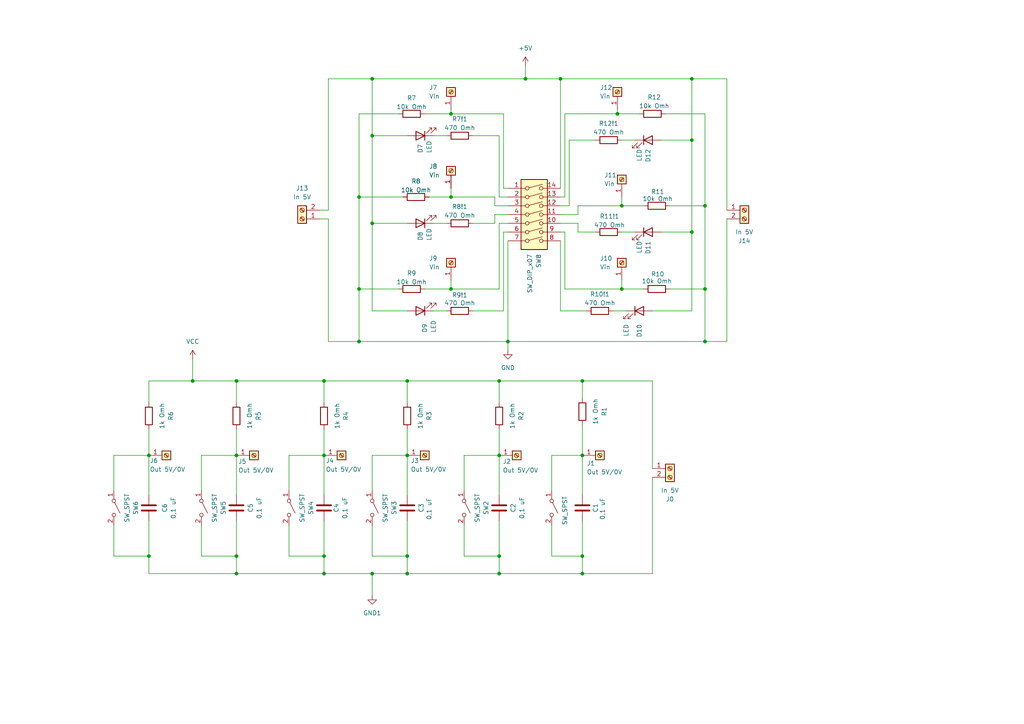
<source format=kicad_sch>
(kicad_sch (version 20231120) (generator "eeschema") (generator_version "8.0")
  (paper "A4")
  (lib_symbols
    (symbol "Connector:Screw_Terminal_01x01" (pin_names (offset 1.016) hide)
      (property "Reference" "J" (at 0 2.54 0))
      (property "Value" "Screw_Terminal_01x01" (at 0 -2.54 0))
      (symbol "Screw_Terminal_01x01_1_1"
        (rectangle (start -1.27 1.27) (end 1.27 -1.27) (stroke (width 0.254)) (fill (type background)))
        (polyline (pts (xy -0.5334 0.3302) (xy 0.3302 -0.508)) (stroke (width 0.1524)))
        (polyline (pts (xy -0.3556 0.508) (xy 0.508 -0.3302)) (stroke (width 0.1524)))
        (circle (center 0 0) (radius 0.635) (stroke (width 0.1524)))
        (pin passive line (at -5.08 0 0) (length 3.81) (name "Pin_1") (number "1"))
      )
    )
    (symbol "Connector:Screw_Terminal_01x02" (pin_names (offset 1.016) hide)
      (property "Reference" "J" (at 0 2.54 0))
      (property "Value" "Screw_Terminal_01x02" (at 0 -5.08 0))
      (symbol "Screw_Terminal_01x02_1_1"
        (rectangle (start -1.27 1.27) (end 1.27 -3.81) (stroke (width 0.254)) (fill (type background)))
        (circle (center 0 -2.54) (radius 0.635) (stroke (width 0.1524)))
        (polyline (pts (xy -0.5334 -2.2098) (xy 0.3302 -3.048)) (stroke (width 0.1524)))
        (polyline (pts (xy -0.5334 0.3302) (xy 0.3302 -0.508)) (stroke (width 0.1524)))
        (polyline (pts (xy -0.3556 -2.032) (xy 0.508 -2.8702)) (stroke (width 0.1524)))
        (polyline (pts (xy -0.3556 0.508) (xy 0.508 -0.3302)) (stroke (width 0.1524)))
        (circle (center 0 0) (radius 0.635) (stroke (width 0.1524)))
        (pin passive line (at -5.08 0 0) (length 3.81) (name "Pin_1") (number "1"))
        (pin passive line (at -5.08 -2.54 0) (length 3.81) (name "Pin_2") (number "2"))
      )
    )
    (symbol "Device:C" (pin_numbers hide) (pin_names (offset 0.254))
      (property "Reference" "C" (at 0.635 2.54 0))
      (property "Value" "C" (at 0.635 -2.54 0))
      (symbol "C_0_1"
        (polyline (pts (xy -2.032 -0.762) (xy 2.032 -0.762)) (stroke (width 0.508)))
        (polyline (pts (xy -2.032 0.762) (xy 2.032 0.762)) (stroke (width 0.508)))
      )
      (symbol "C_1_1"
        (pin passive line (at 0 3.81 270) (length 2.794) (name "~") (number "1"))
        (pin passive line (at 0 -3.81 90) (length 2.794) (name "~") (number "2"))
      )
    )
    (symbol "Device:LED" (pin_numbers hide) (pin_names (offset 1.016) hide)
      (property "Reference" "D" (at 0 2.54 0))
      (property "Value" "LED" (at 0 -2.54 0))
      (symbol "LED_0_1"
        (polyline (pts (xy -1.27 -1.27) (xy -1.27 1.27)) (stroke (width 0.254)))
        (polyline (pts (xy -1.27 0) (xy 1.27 0)))
        (polyline (pts (xy 1.27 -1.27) (xy 1.27 1.27) (xy -1.27 0) (xy 1.27 -1.27)) (stroke (width 0.254)))
        (polyline (pts (xy -3.048 -0.762) (xy -4.572 -2.286) (xy -3.81 -2.286) (xy -4.572 -2.286) (xy -4.572 -1.524)))
        (polyline (pts (xy -1.778 -0.762) (xy -3.302 -2.286) (xy -2.54 -2.286) (xy -3.302 -2.286) (xy -3.302 -1.524)))
      )
      (symbol "LED_1_1"
        (pin passive line (at -3.81 0 0) (length 2.54) (name "K") (number "1"))
        (pin passive line (at 3.81 0 180) (length 2.54) (name "A") (number "2"))
      )
    )
    (symbol "Device:R" (pin_numbers hide) (pin_names (offset 0))
      (property "Reference" "R" (at 2.032 0 90))
      (property "Value" "R" (at 0 0 90))
      (symbol "R_0_1"
        (rectangle (start -1.016 -2.54) (end 1.016 2.54) (stroke (width 0.254)))
      )
      (symbol "R_1_1"
        (pin passive line (at 0 3.81 270) (length 1.27) (name "~") (number "1"))
        (pin passive line (at 0 -3.81 90) (length 1.27) (name "~") (number "2"))
      )
    )
    (symbol "Switch:SW_DIP_x07" (pin_names (offset 0) hide)
      (property "Reference" "SW" (at 0 11.43 0))
      (property "Value" "SW_DIP_x07" (at 0 -11.43 0))
      (symbol "SW_DIP_x07_0_0"
        (circle (center -2.032 -7.62) (radius 0.508))
        (circle (center -2.032 -5.08) (radius 0.508))
        (circle (center -2.032 -2.54) (radius 0.508))
        (circle (center -2.032 0) (radius 0.508))
        (circle (center -2.032 2.54) (radius 0.508))
        (circle (center -2.032 5.08) (radius 0.508))
        (circle (center -2.032 7.62) (radius 0.508))
        (polyline (pts (xy -1.524 -7.4676) (xy 2.3622 -6.4262)))
        (polyline (pts (xy -1.524 -4.9276) (xy 2.3622 -3.8862)))
        (polyline (pts (xy -1.524 -2.413) (xy 2.3622 -1.3716)))
        (polyline (pts (xy -1.524 0.127) (xy 2.3622 1.1684)))
        (polyline (pts (xy -1.524 2.667) (xy 2.3622 3.7084)))
        (polyline (pts (xy -1.524 5.207) (xy 2.3622 6.2484)))
        (polyline (pts (xy -1.524 7.747) (xy 2.3622 8.7884)))
        (circle (center 2.032 -7.62) (radius 0.508))
        (circle (center 2.032 -5.08) (radius 0.508))
        (circle (center 2.032 -2.54) (radius 0.508))
        (circle (center 2.032 0) (radius 0.508))
        (circle (center 2.032 2.54) (radius 0.508))
        (circle (center 2.032 5.08) (radius 0.508))
        (circle (center 2.032 7.62) (radius 0.508))
      )
      (symbol "SW_DIP_x07_0_1"
        (rectangle (start -3.81 10.16) (end 3.81 -10.16) (stroke (width 0.254)) (fill (type background)))
      )
      (symbol "SW_DIP_x07_1_1"
        (pin passive line (at -7.62 7.62 0) (length 5.08) (name "~") (number "1"))
        (pin passive line (at 7.62 -2.54 180) (length 5.08) (name "~") (number "10"))
        (pin passive line (at 7.62 0 180) (length 5.08) (name "~") (number "11"))
        (pin passive line (at 7.62 2.54 180) (length 5.08) (name "~") (number "12"))
        (pin passive line (at 7.62 5.08 180) (length 5.08) (name "~") (number "13"))
        (pin passive line (at 7.62 7.62 180) (length 5.08) (name "~") (number "14"))
        (pin passive line (at -7.62 5.08 0) (length 5.08) (name "~") (number "2"))
        (pin passive line (at -7.62 2.54 0) (length 5.08) (name "~") (number "3"))
        (pin passive line (at -7.62 0 0) (length 5.08) (name "~") (number "4"))
        (pin passive line (at -7.62 -2.54 0) (length 5.08) (name "~") (number "5"))
        (pin passive line (at -7.62 -5.08 0) (length 5.08) (name "~") (number "6"))
        (pin passive line (at -7.62 -7.62 0) (length 5.08) (name "~") (number "7"))
        (pin passive line (at 7.62 -7.62 180) (length 5.08) (name "~") (number "8"))
        (pin passive line (at 7.62 -5.08 180) (length 5.08) (name "~") (number "9"))
      )
    )
    (symbol "Switch:SW_SPST" (pin_names (offset 0) hide)
      (property "Reference" "SW" (at 0 3.175 0))
      (property "Value" "SW_SPST" (at 0 -2.54 0))
      (symbol "SW_SPST_0_0"
        (circle (center -2.032 0) (radius 0.508))
        (polyline (pts (xy -1.524 0.254) (xy 1.524 1.778)))
        (circle (center 2.032 0) (radius 0.508))
      )
      (symbol "SW_SPST_1_1"
        (pin passive line (at -5.08 0 0) (length 2.54) (name "A") (number "1"))
        (pin passive line (at 5.08 0 180) (length 2.54) (name "B") (number "2"))
      )
    )
    (symbol "power:+5V" (power) (pin_numbers hide) (pin_names (offset 0) hide)
      (property "Value" "+5V" (at 0 3.556 0))
      (symbol "+5V_0_1"
        (polyline (pts (xy -0.762 1.27) (xy 0 2.54)))
        (polyline (pts (xy 0 0) (xy 0 2.54)))
        (polyline (pts (xy 0 2.54) (xy 0.762 1.27)))
      )
      (symbol "+5V_1_1"
        (pin power_in line (at 0 0 90) (length 0) (name "~") (number "1"))
      )
    )
    (symbol "power:GND" (power) (pin_names (offset 0))
      (property "Value" "GND" (at 0 -3.81 0))
      (symbol "GND_0_1"
        (polyline (pts (xy 0 0) (xy 0 -1.27) (xy 1.27 -1.27) (xy 0 -2.54) (xy -1.27 -1.27) (xy 0 -1.27)))
      )
      (symbol "GND_1_1"
        (pin power_in line (at 0 0 270) (length 0) hide (name "GND") (number "1"))
      )
    )
    (symbol "power:GND1" (power) (pin_numbers hide) (pin_names (offset 0) hide)
      (property "Value" "GND1" (at 0 -3.81 0))
      (symbol "GND1_0_1"
        (polyline (pts (xy 0 0) (xy 0 -1.27) (xy 1.27 -1.27) (xy 0 -2.54) (xy -1.27 -1.27) (xy 0 -1.27)))
      )
      (symbol "GND1_1_1"
        (pin power_in line (at 0 0 270) (length 0) (name "~") (number "1"))
      )
    )
    (symbol "power:VCC" (power) (pin_numbers hide) (pin_names (offset 0) hide)
      (property "Value" "VCC" (at 0 3.556 0))
      (symbol "VCC_0_1"
        (polyline (pts (xy -0.762 1.27) (xy 0 2.54)))
        (polyline (pts (xy 0 0) (xy 0 2.54)))
        (polyline (pts (xy 0 2.54) (xy 0.762 1.27)))
      )
      (symbol "VCC_1_1"
        (pin power_in line (at 0 0 90) (length 0) (name "~") (number "1"))
      )
    )
  )
  (junction (at 152.4 22.86))
  (junction (at 93.98 132.08))
  (junction (at 200.66 67.31))
  (junction (at 104.14 57.15))
  (junction (at 204.47 59.69))
  (junction (at 130.81 83.82))
  (junction (at 147.32 99.06))
  (junction (at 118.11 132.08))
  (junction (at 200.66 22.86))
  (junction (at 130.81 57.15))
  (junction (at 68.58 161.29))
  (junction (at 93.98 110.49))
  (junction (at 144.78 132.08))
  (junction (at 107.95 64.77))
  (junction (at 107.95 22.86))
  (junction (at 93.98 166.37))
  (junction (at 43.18 132.08))
  (junction (at 168.91 161.29))
  (junction (at 162.56 22.86))
  (junction (at 200.66 40.64))
  (junction (at 93.98 161.29))
  (junction (at 130.81 33.02))
  (junction (at 144.78 161.29))
  (junction (at 55.88 110.49))
  (junction (at 180.34 83.82))
  (junction (at 168.91 166.37))
  (junction (at 179.07 33.02))
  (junction (at 144.78 110.49))
  (junction (at 68.58 110.49))
  (junction (at 118.11 110.49))
  (junction (at 68.58 132.08))
  (junction (at 168.91 132.08))
  (junction (at 118.11 166.37))
  (junction (at 144.78 166.37))
  (junction (at 118.11 161.29))
  (junction (at 168.91 110.49))
  (junction (at 104.14 99.06))
  (junction (at 68.58 166.37))
  (junction (at 43.18 161.29))
  (junction (at 180.34 59.69))
  (junction (at 107.95 166.37))
  (junction (at 104.14 83.82))
  (junction (at 204.47 99.06))
  (junction (at 204.47 83.82))
  (junction (at 107.95 39.37))
  (wire (pts (xy 68.58 132.08) (xy 68.58 143.51)))
  (wire (pts (xy 144.78 151.13) (xy 144.78 161.29)))
  (wire (pts (xy 210.82 60.96) (xy 210.82 22.86)))
  (wire (pts (xy 144.78 83.82) (xy 144.78 64.77)))
  (wire (pts (xy 58.42 152.4) (xy 58.42 161.29)))
  (wire (pts (xy 130.81 31.75) (xy 130.81 33.02)))
  (wire (pts (xy 143.51 64.77) (xy 137.16 64.77)))
  (wire (pts (xy 168.91 161.29) (xy 168.91 166.37)))
  (wire (pts (xy 146.05 67.31) (xy 146.05 90.17)))
  (wire (pts (xy 144.78 39.37) (xy 137.16 39.37)))
  (wire (pts (xy 144.78 57.15) (xy 147.32 57.15)))
  (wire (pts (xy 104.14 33.02) (xy 115.57 33.02)))
  (wire (pts (xy 147.32 67.31) (xy 146.05 67.31)))
  (wire (pts (xy 147.32 99.06) (xy 204.47 99.06)))
  (wire (pts (xy 95.25 60.96) (xy 92.71 60.96)))
  (wire (pts (xy 191.77 67.31) (xy 200.66 67.31)))
  (wire (pts (xy 162.56 22.86) (xy 152.4 22.86)))
  (wire (pts (xy 55.88 104.14) (xy 55.88 110.49)))
  (wire (pts (xy 33.02 132.08) (xy 43.18 132.08)))
  (wire (pts (xy 104.14 83.82) (xy 104.14 99.06)))
  (wire (pts (xy 92.71 63.5) (xy 95.25 63.5)))
  (wire (pts (xy 168.91 166.37) (xy 189.23 166.37)))
  (wire (pts (xy 118.11 124.46) (xy 118.11 132.08)))
  (wire (pts (xy 93.98 161.29) (xy 93.98 166.37)))
  (wire (pts (xy 130.81 81.28) (xy 130.81 83.82)))
  (wire (pts (xy 93.98 110.49) (xy 118.11 110.49)))
  (wire (pts (xy 143.51 62.23) (xy 147.32 62.23)))
  (wire (pts (xy 180.34 83.82) (xy 186.69 83.82)))
  (wire (pts (xy 204.47 83.82) (xy 204.47 99.06)))
  (wire (pts (xy 130.81 57.15) (xy 143.51 57.15)))
  (wire (pts (xy 95.25 22.86) (xy 107.95 22.86)))
  (wire (pts (xy 95.25 60.96) (xy 95.25 22.86)))
  (wire (pts (xy 194.31 59.69) (xy 204.47 59.69)))
  (wire (pts (xy 118.11 166.37) (xy 144.78 166.37)))
  (wire (pts (xy 43.18 132.08) (xy 43.18 143.51)))
  (wire (pts (xy 115.57 83.82) (xy 104.14 83.82)))
  (wire (pts (xy 200.66 90.17) (xy 200.66 67.31)))
  (wire (pts (xy 163.83 57.15) (xy 163.83 33.02)))
  (wire (pts (xy 163.83 33.02) (xy 179.07 33.02)))
  (wire (pts (xy 118.11 64.77) (xy 107.95 64.77)))
  (wire (pts (xy 180.34 67.31) (xy 184.15 67.31)))
  (wire (pts (xy 33.02 132.08) (xy 33.02 142.24)))
  (wire (pts (xy 107.95 22.86) (xy 107.95 39.37)))
  (wire (pts (xy 144.78 124.46) (xy 144.78 132.08)))
  (wire (pts (xy 68.58 124.46) (xy 68.58 132.08)))
  (wire (pts (xy 168.91 151.13) (xy 168.91 161.29)))
  (wire (pts (xy 165.1 59.69) (xy 165.1 40.64)))
  (wire (pts (xy 210.82 22.86) (xy 200.66 22.86)))
  (wire (pts (xy 193.04 33.02) (xy 204.47 33.02)))
  (wire (pts (xy 147.32 99.06) (xy 147.32 69.85)))
  (wire (pts (xy 107.95 161.29) (xy 118.11 161.29)))
  (wire (pts (xy 95.25 99.06) (xy 104.14 99.06)))
  (wire (pts (xy 83.82 132.08) (xy 93.98 132.08)))
  (wire (pts (xy 33.02 152.4) (xy 33.02 161.29)))
  (wire (pts (xy 160.02 142.24) (xy 160.02 132.08)))
  (wire (pts (xy 93.98 132.08) (xy 93.98 143.51)))
  (wire (pts (xy 204.47 59.69) (xy 204.47 83.82)))
  (wire (pts (xy 134.62 132.08) (xy 144.78 132.08)))
  (wire (pts (xy 118.11 90.17) (xy 107.95 90.17)))
  (wire (pts (xy 104.14 57.15) (xy 104.14 83.82)))
  (wire (pts (xy 180.34 40.64) (xy 184.15 40.64)))
  (wire (pts (xy 129.54 64.77) (xy 125.73 64.77)))
  (wire (pts (xy 165.1 40.64) (xy 172.72 40.64)))
  (wire (pts (xy 160.02 161.29) (xy 168.91 161.29)))
  (wire (pts (xy 162.56 62.23) (xy 167.64 62.23)))
  (wire (pts (xy 93.98 124.46) (xy 93.98 132.08)))
  (wire (pts (xy 83.82 142.24) (xy 83.82 132.08)))
  (wire (pts (xy 146.05 54.61) (xy 147.32 54.61)))
  (wire (pts (xy 107.95 39.37) (xy 107.95 64.77)))
  (wire (pts (xy 43.18 124.46) (xy 43.18 132.08)))
  (wire (pts (xy 147.32 99.06) (xy 147.32 101.6)))
  (wire (pts (xy 189.23 138.43) (xy 189.23 166.37)))
  (wire (pts (xy 93.98 151.13) (xy 93.98 161.29)))
  (wire (pts (xy 33.02 161.29) (xy 43.18 161.29)))
  (wire (pts (xy 200.66 40.64) (xy 200.66 67.31)))
  (wire (pts (xy 162.56 22.86) (xy 200.66 22.86)))
  (wire (pts (xy 107.95 166.37) (xy 107.95 172.72)))
  (wire (pts (xy 58.42 132.08) (xy 68.58 132.08)))
  (wire (pts (xy 58.42 142.24) (xy 58.42 132.08)))
  (wire (pts (xy 43.18 110.49) (xy 55.88 110.49)))
  (wire (pts (xy 200.66 22.86) (xy 200.66 40.64)))
  (wire (pts (xy 162.56 69.85) (xy 162.56 90.17)))
  (wire (pts (xy 162.56 22.86) (xy 162.56 54.61)))
  (wire (pts (xy 134.62 161.29) (xy 144.78 161.29)))
  (wire (pts (xy 152.4 22.86) (xy 107.95 22.86)))
  (wire (pts (xy 162.56 59.69) (xy 165.1 59.69)))
  (wire (pts (xy 168.91 115.57) (xy 168.91 110.49)))
  (wire (pts (xy 167.64 59.69) (xy 180.34 59.69)))
  (wire (pts (xy 118.11 151.13) (xy 118.11 161.29)))
  (wire (pts (xy 143.51 59.69) (xy 147.32 59.69)))
  (wire (pts (xy 129.54 90.17) (xy 125.73 90.17)))
  (wire (pts (xy 144.78 110.49) (xy 168.91 110.49)))
  (wire (pts (xy 107.95 132.08) (xy 118.11 132.08)))
  (wire (pts (xy 160.02 132.08) (xy 168.91 132.08)))
  (wire (pts (xy 43.18 166.37) (xy 68.58 166.37)))
  (wire (pts (xy 107.95 166.37) (xy 118.11 166.37)))
  (wire (pts (xy 107.95 152.4) (xy 107.95 161.29)))
  (wire (pts (xy 163.83 83.82) (xy 180.34 83.82)))
  (wire (pts (xy 118.11 132.08) (xy 118.11 143.51)))
  (wire (pts (xy 144.78 110.49) (xy 144.78 116.84)))
  (wire (pts (xy 179.07 33.02) (xy 185.42 33.02)))
  (wire (pts (xy 152.4 19.05) (xy 152.4 22.86)))
  (wire (pts (xy 179.07 33.02) (xy 179.07 31.75)))
  (wire (pts (xy 177.8 90.17) (xy 181.61 90.17)))
  (wire (pts (xy 210.82 63.5) (xy 210.82 99.06)))
  (wire (pts (xy 167.64 67.31) (xy 172.72 67.31)))
  (wire (pts (xy 189.23 135.89) (xy 189.23 110.49)))
  (wire (pts (xy 118.11 161.29) (xy 118.11 166.37)))
  (wire (pts (xy 134.62 142.24) (xy 134.62 132.08)))
  (wire (pts (xy 189.23 110.49) (xy 168.91 110.49)))
  (wire (pts (xy 107.95 142.24) (xy 107.95 132.08)))
  (wire (pts (xy 83.82 152.4) (xy 83.82 161.29)))
  (wire (pts (xy 144.78 132.08) (xy 144.78 143.51)))
  (wire (pts (xy 124.46 57.15) (xy 130.81 57.15)))
  (wire (pts (xy 168.91 132.08) (xy 168.91 143.51)))
  (wire (pts (xy 107.95 90.17) (xy 107.95 64.77)))
  (wire (pts (xy 180.34 59.69) (xy 180.34 57.15)))
  (wire (pts (xy 146.05 90.17) (xy 137.16 90.17)))
  (wire (pts (xy 204.47 33.02) (xy 204.47 59.69)))
  (wire (pts (xy 144.78 39.37) (xy 144.78 57.15)))
  (wire (pts (xy 123.19 83.82) (xy 130.81 83.82)))
  (wire (pts (xy 68.58 161.29) (xy 68.58 166.37)))
  (wire (pts (xy 134.62 152.4) (xy 134.62 161.29)))
  (wire (pts (xy 104.14 57.15) (xy 116.84 57.15)))
  (wire (pts (xy 118.11 110.49) (xy 118.11 116.84)))
  (wire (pts (xy 167.64 62.23) (xy 167.64 59.69)))
  (wire (pts (xy 144.78 64.77) (xy 147.32 64.77)))
  (wire (pts (xy 68.58 110.49) (xy 93.98 110.49)))
  (wire (pts (xy 129.54 39.37) (xy 125.73 39.37)))
  (wire (pts (xy 146.05 33.02) (xy 146.05 54.61)))
  (wire (pts (xy 93.98 166.37) (xy 107.95 166.37)))
  (wire (pts (xy 143.51 64.77) (xy 143.51 62.23)))
  (wire (pts (xy 180.34 81.28) (xy 180.34 83.82)))
  (wire (pts (xy 204.47 99.06) (xy 210.82 99.06)))
  (wire (pts (xy 43.18 110.49) (xy 43.18 116.84)))
  (wire (pts (xy 180.34 59.69) (xy 186.69 59.69)))
  (wire (pts (xy 168.91 123.19) (xy 168.91 132.08)))
  (wire (pts (xy 68.58 166.37) (xy 93.98 166.37)))
  (wire (pts (xy 68.58 151.13) (xy 68.58 161.29)))
  (wire (pts (xy 118.11 110.49) (xy 144.78 110.49)))
  (wire (pts (xy 167.64 67.31) (xy 167.64 64.77)))
  (wire (pts (xy 162.56 90.17) (xy 170.18 90.17)))
  (wire (pts (xy 204.47 83.82) (xy 194.31 83.82)))
  (wire (pts (xy 191.77 40.64) (xy 200.66 40.64)))
  (wire (pts (xy 43.18 151.13) (xy 43.18 161.29)))
  (wire (pts (xy 55.88 110.49) (xy 68.58 110.49)))
  (wire (pts (xy 104.14 33.02) (xy 104.14 57.15)))
  (wire (pts (xy 123.19 33.02) (xy 130.81 33.02)))
  (wire (pts (xy 160.02 152.4) (xy 160.02 161.29)))
  (wire (pts (xy 43.18 161.29) (xy 43.18 166.37)))
  (wire (pts (xy 144.78 166.37) (xy 168.91 166.37)))
  (wire (pts (xy 200.66 90.17) (xy 189.23 90.17)))
  (wire (pts (xy 130.81 33.02) (xy 146.05 33.02)))
  (wire (pts (xy 162.56 64.77) (xy 167.64 64.77)))
  (wire (pts (xy 130.81 83.82) (xy 144.78 83.82)))
  (wire (pts (xy 130.81 54.61) (xy 130.81 57.15)))
  (wire (pts (xy 118.11 39.37) (xy 107.95 39.37)))
  (wire (pts (xy 58.42 161.29) (xy 68.58 161.29)))
  (wire (pts (xy 95.25 63.5) (xy 95.25 99.06)))
  (wire (pts (xy 143.51 57.15) (xy 143.51 59.69)))
  (wire (pts (xy 144.78 161.29) (xy 144.78 166.37)))
  (wire (pts (xy 83.82 161.29) (xy 93.98 161.29)))
  (wire (pts (xy 93.98 110.49) (xy 93.98 116.84)))
  (wire (pts (xy 104.14 99.06) (xy 147.32 99.06)))
  (wire (pts (xy 68.58 110.49) (xy 68.58 116.84)))
  (wire (pts (xy 162.56 57.15) (xy 163.83 57.15)))
  (wire (pts (xy 163.83 67.31) (xy 163.83 83.82)))
  (wire (pts (xy 162.56 67.31) (xy 163.83 67.31)))
  (symbol (lib_id "Connector:Screw_Terminal_01x01") (at 179.07 26.67 90) (unit 1)
    (property "Reference" "J12" (at 173.99 25.4 90) (effects (justify right)))
    (property "Value" "Vin" (at 173.99 27.94 90) (effects (justify right)))
    (property "Footprint" "Connector_PinHeader_1.00mm:PinHeader_1x01_P1.00mm_Vertical" (effects (hide yes)))
  )
  (symbol (lib_id "power:VCC") (at 55.88 104.14 0) (unit 1)
    (property "Reference" "#PWR04" (effects (hide yes)))
    (property "Value" "VCC" (at 55.88 99.06 0))
    (property "Description" "Power symbol creates a global label with name \"VCC\"" (effects (hide yes)))
  )
  (symbol (lib_id "Device:R") (at 173.99 90.17 270) (unit 1)
    (property "Reference" "R10!1" (at 173.99 85.344 90))
    (property "Value" "470 Omh" (at 173.99 87.884 90))
    (property "Footprint" "Resistor_THT:R_Axial_DIN0204_L3.6mm_D1.6mm_P7.62mm_Horizontal" (effects (hide yes)))
  )
  (symbol (lib_id "Device:R") (at 68.58 120.65 0) (unit 1)
    (property "Reference" "R5" (at 74.93 120.65 90))
    (property "Value" "1k Omh" (at 72.39 120.65 90))
    (property "Footprint" "Resistor_THT:R_Axial_DIN0204_L3.6mm_D1.6mm_P7.62mm_Horizontal" (effects (hide yes)))
  )
  (symbol (lib_id "Device:R") (at 118.11 120.65 0) (unit 1)
    (property "Reference" "R3" (at 124.46 120.65 90))
    (property "Value" "1k Omh" (at 121.92 120.65 90))
    (property "Footprint" "Resistor_THT:R_Axial_DIN0204_L3.6mm_D1.6mm_P7.62mm_Horizontal" (effects (hide yes)))
  )
  (symbol (lib_id "Device:R") (at 168.91 119.38 0) (unit 1)
    (property "Reference" "R1" (at 175.26 119.38 90))
    (property "Value" "1k Omh" (at 172.72 119.38 90))
    (property "Footprint" "Resistor_THT:R_Axial_DIN0204_L3.6mm_D1.6mm_P7.62mm_Horizontal" (effects (hide yes)))
  )
  (symbol (lib_id "Device:R") (at 189.23 33.02 90) (unit 1)
    (property "Reference" "R12" (at 189.738 28.194 90))
    (property "Value" "10k Omh" (at 189.738 30.734 90))
    (property "Footprint" "Resistor_THT:R_Axial_DIN0204_L3.6mm_D1.6mm_P7.62mm_Horizontal" (effects (hide yes)))
  )
  (symbol (lib_id "Device:R") (at 133.35 64.77 270) (unit 1)
    (property "Reference" "R8!1" (at 133.35 59.944 90))
    (property "Value" "470 Omh" (at 133.35 62.484 90))
    (property "Footprint" "Resistor_THT:R_Axial_DIN0204_L3.6mm_D1.6mm_P7.62mm_Horizontal" (effects (hide yes)))
  )
  (symbol (lib_id "Device:R") (at 119.38 83.82 90) (unit 1)
    (property "Reference" "R9" (at 119.38 79.248 90))
    (property "Value" "10k Omh" (at 119.38 81.788 90))
    (property "Footprint" "Resistor_THT:R_Axial_DIN0204_L3.6mm_D1.6mm_P7.62mm_Horizontal" (effects (hide yes)))
  )
  (symbol (lib_id "Device:LED") (at 187.96 67.31 0) (unit 1)
    (property "Reference" "D11" (at 187.96 69.85 90) (effects (justify right)))
    (property "Value" "LED" (at 185.42 69.85 90) (effects (justify right)))
    (property "Footprint" "LED_THT:LED_D5.0mm" (effects (hide yes)))
  )
  (symbol (lib_id "Connector:Screw_Terminal_01x01") (at 130.81 49.53 90) (unit 1)
    (property "Reference" "J8" (at 124.46 48.26 90) (effects (justify right)))
    (property "Value" "Vin" (at 124.46 50.8 90) (effects (justify right)))
    (property "Footprint" "Connector_PinHeader_1.00mm:PinHeader_1x01_P1.00mm_Vertical" (effects (hide yes)))
  )
  (symbol (lib_id "Device:R") (at 119.38 33.02 90) (unit 1)
    (property "Reference" "R7" (at 119.38 28.448 90))
    (property "Value" "10k Omh" (at 119.38 30.988 90))
    (property "Footprint" "Resistor_THT:R_Axial_DIN0204_L3.6mm_D1.6mm_P7.62mm_Horizontal" (effects (hide yes)))
  )
  (symbol (lib_id "Connector:Screw_Terminal_01x01") (at 180.34 76.2 90) (unit 1)
    (property "Reference" "J10" (at 173.99 74.93 90) (effects (justify right)))
    (property "Value" "Vin" (at 173.99 77.47 90) (effects (justify right)))
    (property "Footprint" "Connector_PinHeader_1.00mm:PinHeader_1x01_P1.00mm_Vertical" (effects (hide yes)))
  )
  (symbol (lib_id "Connector:Screw_Terminal_01x02") (at 215.9 60.96 0) (unit 1)
    (property "Reference" "J14" (at 215.9 69.85 0))
    (property "Value" "In 5V" (at 215.9 67.31 0))
    (property "Footprint" "Connector_Molex:Molex_KK-254_AE-6410-02A_1x02_P2.54mm_Vertical" (effects (hide yes)))
  )
  (symbol (lib_id "Device:LED") (at 121.92 39.37 180) (unit 1)
    (property "Reference" "D7" (at 121.92 44.45 90) (effects (justify right)))
    (property "Value" "LED" (at 124.46 44.45 90) (effects (justify right)))
    (property "Footprint" "LED_THT:LED_D5.0mm" (effects (hide yes)))
  )
  (symbol (lib_id "Device:R") (at 190.5 59.69 90) (unit 1)
    (property "Reference" "R11" (at 190.754 55.626 90))
    (property "Value" "10k Omh" (at 190.754 57.658 90))
    (property "Footprint" "Resistor_THT:R_Axial_DIN0204_L3.6mm_D1.6mm_P7.62mm_Horizontal" (effects (hide yes)))
  )
  (symbol (lib_id "Switch:SW_SPST") (at 107.95 147.32 270) (unit 1)
    (property "Reference" "SW3" (at 114.3 147.32 0))
    (property "Value" "SW_SPST" (at 111.76 147.32 0))
    (property "Footprint" "Button_Switch_THT:SW_CuK_OS102011MA1QN1_SPDT_Angled" (effects (hide yes)))
  )
  (symbol (lib_id "Connector:Screw_Terminal_01x02") (at 87.63 63.5 180) (unit 1)
    (property "Reference" "J13" (at 87.63 54.61 0))
    (property "Value" "In 5V" (at 87.63 57.15 0))
    (property "Footprint" "Connector_Molex:Molex_KK-254_AE-6410-02A_1x02_P2.54mm_Vertical" (effects (hide yes)))
  )
  (symbol (lib_id "Device:R") (at 176.53 67.31 270) (unit 1)
    (property "Reference" "R11!1" (at 176.784 62.738 90))
    (property "Value" "470 Omh" (at 176.784 65.278 90))
    (property "Footprint" "Resistor_THT:R_Axial_DIN0204_L3.6mm_D1.6mm_P7.62mm_Horizontal" (effects (hide yes)))
  )
  (symbol (lib_id "Connector:Screw_Terminal_01x01") (at 99.06 132.08 0) (unit 1)
    (property "Reference" "J4" (at 94.488 133.604 0) (effects (justify left)))
    (property "Value" "Out 5V/0V" (at 94.488 136.144 0) (effects (justify left)))
    (property "Footprint" "Connector_PinHeader_1.00mm:PinHeader_1x01_P1.00mm_Vertical" (effects (hide yes)))
  )
  (symbol (lib_id "power:GND") (at 147.32 101.6 0) (unit 1)
    (property "Reference" "#PWR01" (effects (hide yes)))
    (property "Value" "GND" (at 147.32 106.68 0))
  )
  (symbol (lib_id "Device:R") (at 176.53 40.64 270) (unit 1)
    (property "Reference" "R12!1" (at 176.53 35.814 90))
    (property "Value" "470 Omh" (at 176.53 38.354 90))
    (property "Footprint" "Resistor_THT:R_Axial_DIN0204_L3.6mm_D1.6mm_P7.62mm_Horizontal" (effects (hide yes)))
  )
  (symbol (lib_id "Connector:Screw_Terminal_01x01") (at 130.81 76.2 90) (unit 1)
    (property "Reference" "J9" (at 124.46 74.93 90) (effects (justify right)))
    (property "Value" "Vin" (at 124.46 77.47 90) (effects (justify right)))
    (property "Footprint" "Connector_PinHeader_1.00mm:PinHeader_1x01_P1.00mm_Vertical" (effects (hide yes)))
  )
  (symbol (lib_id "Device:R") (at 120.65 57.15 90) (unit 1)
    (property "Reference" "R8" (at 120.65 52.578 90))
    (property "Value" "10k Omh" (at 120.65 55.118 90))
    (property "Footprint" "Resistor_THT:R_Axial_DIN0204_L3.6mm_D1.6mm_P7.62mm_Horizontal" (effects (hide yes)))
  )
  (symbol (lib_id "Device:LED") (at 185.42 90.17 0) (unit 1)
    (property "Reference" "D10" (at 185.42 93.98 90) (effects (justify right)))
    (property "Value" "LED" (at 181.61 93.98 90) (effects (justify right)))
    (property "Footprint" "LED_THT:LED_D5.0mm" (effects (hide yes)))
  )
  (symbol (lib_id "Device:C") (at 118.11 147.32 180) (unit 1)
    (property "Reference" "C3" (at 122.174 147.32 90))
    (property "Value" "0,1 uF" (at 124.46 147.574 90))
    (property "Footprint" "Capacitor_THT:C_Disc_D5.0mm_W2.5mm_P2.50mm" (effects (hide yes)))
  )
  (symbol (lib_id "Device:R") (at 133.35 39.37 270) (unit 1)
    (property "Reference" "R7!1" (at 133.35 34.544 90))
    (property "Value" "470 Omh" (at 133.35 37.084 90))
    (property "Footprint" "Resistor_THT:R_Axial_DIN0204_L3.6mm_D1.6mm_P7.62mm_Horizontal" (effects (hide yes)))
  )
  (symbol (lib_id "Switch:SW_SPST") (at 134.62 147.32 270) (unit 1)
    (property "Reference" "SW2" (at 140.97 147.32 0))
    (property "Value" "SW_SPST" (at 138.43 147.32 0))
    (property "Footprint" "Button_Switch_THT:SW_CuK_OS102011MA1QN1_SPDT_Angled" (effects (hide yes)))
  )
  (symbol (lib_id "Device:LED") (at 121.92 64.77 180) (unit 1)
    (property "Reference" "D8" (at 121.92 69.85 90) (effects (justify right)))
    (property "Value" "LED" (at 124.46 69.85 90) (effects (justify right)))
    (property "Footprint" "LED_THT:LED_D5.0mm" (effects (hide yes)))
  )
  (symbol (lib_id "Connector:Screw_Terminal_01x01") (at 130.81 26.67 90) (unit 1)
    (property "Reference" "J7" (at 124.46 25.4 90) (effects (justify right)))
    (property "Value" "Vin" (at 124.46 27.94 90) (effects (justify right)))
    (property "Footprint" "Connector_PinHeader_1.00mm:PinHeader_1x01_P1.00mm_Vertical" (effects (hide yes)))
  )
  (symbol (lib_id "Switch:SW_SPST") (at 33.02 147.32 270) (unit 1)
    (property "Reference" "SW6" (at 39.37 147.32 0))
    (property "Value" "SW_SPST" (at 36.83 147.32 0))
    (property "Footprint" "Button_Switch_THT:SW_CuK_OS102011MA1QN1_SPDT_Angled" (effects (hide yes)))
  )
  (symbol (lib_id "Connector:Screw_Terminal_01x01") (at 149.86 132.08 0) (unit 1)
    (property "Reference" "J2" (at 145.796 133.858 0) (effects (justify left)))
    (property "Value" "Out 5V/0V" (at 145.796 136.398 0) (effects (justify left)))
    (property "Footprint" "Connector_PinHeader_1.00mm:PinHeader_1x01_P1.00mm_Vertical" (effects (hide yes)))
  )
  (symbol (lib_id "Device:R") (at 190.5 83.82 90) (unit 1)
    (property "Reference" "R10" (at 190.754 79.502 90))
    (property "Value" "10k Omh" (at 190.5 81.534 90))
    (property "Footprint" "Resistor_THT:R_Axial_DIN0204_L3.6mm_D1.6mm_P7.62mm_Horizontal" (effects (hide yes)))
  )
  (symbol (lib_id "Connector:Screw_Terminal_01x01") (at 123.19 132.08 0) (unit 1)
    (property "Reference" "J3" (at 119.126 133.604 0) (effects (justify left)))
    (property "Value" "Out 5V/0V" (at 119.126 136.144 0) (effects (justify left)))
    (property "Footprint" "Connector_PinHeader_1.00mm:PinHeader_1x01_P1.00mm_Vertical" (effects (hide yes)))
  )
  (symbol (lib_id "Switch:SW_DIP_x07") (at 154.94 62.23 0) (unit 1)
    (property "Reference" "SW8" (at 156.21 73.66 90) (effects (justify right)))
    (property "Value" "SW_DIP_x07" (at 153.67 73.66 90) (effects (justify right)))
    (property "Footprint" "Package_DIP:DIP-14_W7.62mm_Socket" (effects (hide yes)))
  )
  (symbol (lib_id "Connector:Screw_Terminal_01x01") (at 73.66 132.08 0) (unit 1)
    (property "Reference" "J5" (at 69.088 133.858 0) (effects (justify left)))
    (property "Value" "Out 5V/0V" (at 69.088 136.398 0) (effects (justify left)))
    (property "Footprint" "Connector_PinHeader_1.00mm:PinHeader_1x01_P1.00mm_Vertical" (effects (hide yes)))
  )
  (symbol (lib_id "Device:R") (at 144.78 120.65 0) (unit 1)
    (property "Reference" "R2" (at 151.13 120.65 90))
    (property "Value" "1k Omh" (at 148.59 120.65 90))
    (property "Footprint" "Resistor_THT:R_Axial_DIN0204_L3.6mm_D1.6mm_P7.62mm_Horizontal" (effects (hide yes)))
  )
  (symbol (lib_id "power:+5V") (at 152.4 19.05 0) (unit 1)
    (property "Reference" "#PWR03" (effects (hide yes)))
    (property "Value" "+5V" (at 152.4 13.97 0))
    (property "Description" "Power symbol creates a global label with name \"+5V\"" (effects (hide yes)))
  )
  (symbol (lib_id "Connector:Screw_Terminal_01x01") (at 173.99 132.08 0) (unit 1)
    (property "Reference" "J1" (at 170.18 134.366 0) (effects (justify left)))
    (property "Value" "Out 5V/0V" (at 170.18 136.906 0) (effects (justify left)))
    (property "Footprint" "Connector_PinHeader_1.00mm:PinHeader_1x01_P1.00mm_Vertical" (effects (hide yes)))
  )
  (symbol (lib_id "Device:R") (at 93.98 120.65 0) (unit 1)
    (property "Reference" "R4" (at 100.33 120.65 90))
    (property "Value" "1k Omh" (at 97.79 120.65 90))
    (property "Footprint" "Resistor_THT:R_Axial_DIN0204_L3.6mm_D1.6mm_P7.62mm_Horizontal" (effects (hide yes)))
  )
  (symbol (lib_id "Switch:SW_SPST") (at 83.82 147.32 270) (unit 1)
    (property "Reference" "SW4" (at 90.17 147.32 0))
    (property "Value" "SW_SPST" (at 87.63 147.32 0))
    (property "Footprint" "Button_Switch_THT:SW_CuK_OS102011MA1QN1_SPDT_Angled" (effects (hide yes)))
  )
  (symbol (lib_id "Device:LED") (at 121.92 90.17 180) (unit 1)
    (property "Reference" "D9" (at 123.19 96.52 90) (effects (justify right)))
    (property "Value" "LED" (at 125.73 96.52 90) (effects (justify right)))
    (property "Footprint" "LED_THT:LED_D5.0mm" (effects (hide yes)))
  )
  (symbol (lib_id "Device:R") (at 43.18 120.65 0) (unit 1)
    (property "Reference" "R6" (at 49.53 120.65 90))
    (property "Value" "1k Omh" (at 46.99 120.65 90))
    (property "Footprint" "Resistor_THT:R_Axial_DIN0204_L3.6mm_D1.6mm_P7.62mm_Horizontal" (effects (hide yes)))
  )
  (symbol (lib_id "Switch:SW_SPST") (at 160.02 147.32 270) (unit 1)
    (property "Reference" "SW1" (effects (hide yes)))
    (property "Value" "SW_SPST" (at 163.83 148.082 0))
    (property "Footprint" "Button_Switch_THT:SW_CuK_OS102011MA1QN1_SPDT_Angled" (effects (hide yes)))
  )
  (symbol (lib_id "Device:C") (at 43.18 147.32 180) (unit 1)
    (property "Reference" "C6" (at 47.752 147.32 90))
    (property "Value" "0,1 uF" (at 50.292 147.32 90))
    (property "Footprint" "Capacitor_THT:C_Disc_D5.0mm_W2.5mm_P2.50mm" (effects (hide yes)))
  )
  (symbol (lib_id "Device:C") (at 93.98 147.32 180) (unit 1)
    (property "Reference" "C4" (at 97.536 147.32 90))
    (property "Value" "0,1 uF" (at 100.076 147.32 90))
    (property "Footprint" "Capacitor_THT:C_Disc_D5.0mm_W2.5mm_P2.50mm" (effects (hide yes)))
  )
  (symbol (lib_id "Switch:SW_SPST") (at 58.42 147.32 270) (unit 1)
    (property "Reference" "SW5" (at 64.77 147.32 0))
    (property "Value" "SW_SPST" (at 62.23 147.32 0))
    (property "Footprint" "Button_Switch_THT:SW_CuK_OS102011MA1QN1_SPDT_Angled" (effects (hide yes)))
  )
  (symbol (lib_id "Device:C") (at 144.78 147.32 180) (unit 1)
    (property "Reference" "C2" (at 148.844 147.32 90))
    (property "Value" "0,1 uF" (at 151.384 147.32 90))
    (property "Footprint" "Capacitor_THT:C_Disc_D5.0mm_W2.5mm_P2.50mm" (effects (hide yes)))
  )
  (symbol (lib_id "Connector:Screw_Terminal_01x01") (at 48.26 132.08 0) (unit 1)
    (property "Reference" "J6" (at 43.434 133.604 0) (effects (justify left)))
    (property "Value" "Out 5V/0V" (at 43.434 136.144 0) (effects (justify left)))
    (property "Footprint" "Connector_PinHeader_1.00mm:PinHeader_1x01_P1.00mm_Vertical" (effects (hide yes)))
  )
  (symbol (lib_id "Device:LED") (at 187.96 40.64 0) (unit 1)
    (property "Reference" "D12" (at 187.96 43.18 90) (effects (justify right)))
    (property "Value" "LED" (at 185.42 43.18 90) (effects (justify right)))
    (property "Footprint" "LED_THT:LED_D5.0mm" (effects (hide yes)))
  )
  (symbol (lib_id "Device:C") (at 168.91 147.32 180) (unit 1)
    (property "Reference" "C1" (at 172.72 147.32 90))
    (property "Value" "0,1 uF" (at 174.752 147.574 90))
    (property "Footprint" "Capacitor_THT:C_Disc_D5.0mm_W2.5mm_P2.50mm" (effects (hide yes)))
  )
  (symbol (lib_id "Connector:Screw_Terminal_01x01") (at 180.34 52.07 90) (unit 1)
    (property "Reference" "J11" (at 175.26 50.8 90) (effects (justify right)))
    (property "Value" "Vin" (at 175.26 53.34 90) (effects (justify right)))
    (property "Footprint" "Connector_PinHeader_1.00mm:PinHeader_1x01_P1.00mm_Vertical" (effects (hide yes)))
  )
  (symbol (lib_id "power:GND1") (at 107.95 172.72 0) (unit 1)
    (property "Reference" "#PWR02" (effects (hide yes)))
    (property "Value" "GND1" (at 107.95 177.8 0))
    (property "Description" "Power symbol creates a global label with name \"GND1\" , ground" (effects (hide yes)))
  )
  (symbol (lib_id "Connector:Screw_Terminal_01x02") (at 194.31 135.89 0) (unit 1)
    (property "Reference" "J0" (at 194.31 144.78 0))
    (property "Value" "In 5V" (at 194.31 142.24 0))
    (property "Footprint" "Connector_Molex:Molex_KK-254_AE-6410-02A_1x02_P2.54mm_Vertical" (effects (hide yes)))
  )
  (symbol (lib_id "Device:C") (at 68.58 147.32 180) (unit 1)
    (property "Reference" "C5" (at 72.644 147.32 90))
    (property "Value" "0,1 uF" (at 75.184 147.32 90))
    (property "Footprint" "Capacitor_THT:C_Disc_D5.0mm_W2.5mm_P2.50mm" (effects (hide yes)))
  )
  (symbol (lib_id "Device:R") (at 133.35 90.17 270) (unit 1)
    (property "Reference" "R9!1" (at 133.35 85.598 90))
    (property "Value" "470 Omh" (at 133.35 87.884 90))
    (property "Footprint" "Resistor_THT:R_Axial_DIN0204_L3.6mm_D1.6mm_P7.62mm_Horizontal" (effects (hide yes)))
  )
)
</source>
